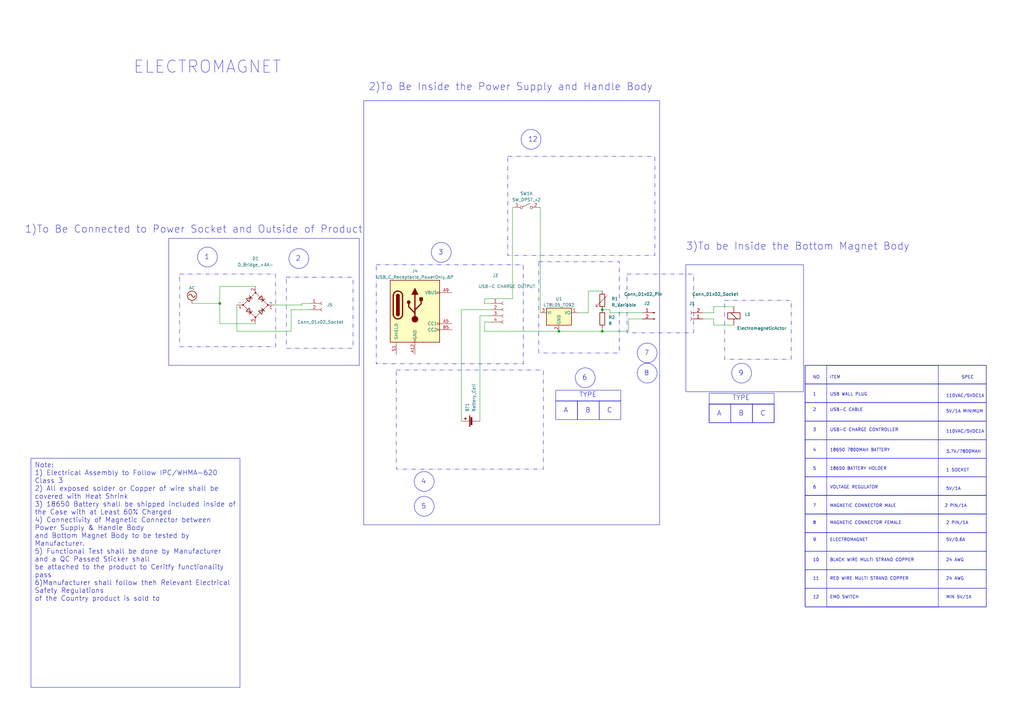
<source format=kicad_sch>
(kicad_sch (version 20230121) (generator eeschema)

  (uuid 5303751e-fb75-4c69-b7a3-1b2d91ef6dd8)

  (paper "A3")

  (lib_symbols
    (symbol "Connector:Conn_01x02_Pin" (pin_names (offset 1.016) hide) (in_bom yes) (on_board yes)
      (property "Reference" "J" (at 0 2.54 0)
        (effects (font (size 1.27 1.27)))
      )
      (property "Value" "Conn_01x02_Pin" (at 0 -5.08 0)
        (effects (font (size 1.27 1.27)))
      )
      (property "Footprint" "" (at 0 0 0)
        (effects (font (size 1.27 1.27)) hide)
      )
      (property "Datasheet" "~" (at 0 0 0)
        (effects (font (size 1.27 1.27)) hide)
      )
      (property "ki_locked" "" (at 0 0 0)
        (effects (font (size 1.27 1.27)))
      )
      (property "ki_keywords" "connector" (at 0 0 0)
        (effects (font (size 1.27 1.27)) hide)
      )
      (property "ki_description" "Generic connector, single row, 01x02, script generated" (at 0 0 0)
        (effects (font (size 1.27 1.27)) hide)
      )
      (property "ki_fp_filters" "Connector*:*_1x??_*" (at 0 0 0)
        (effects (font (size 1.27 1.27)) hide)
      )
      (symbol "Conn_01x02_Pin_1_1"
        (polyline
          (pts
            (xy 1.27 -2.54)
            (xy 0.8636 -2.54)
          )
          (stroke (width 0.1524) (type default))
          (fill (type none))
        )
        (polyline
          (pts
            (xy 1.27 0)
            (xy 0.8636 0)
          )
          (stroke (width 0.1524) (type default))
          (fill (type none))
        )
        (rectangle (start 0.8636 -2.413) (end 0 -2.667)
          (stroke (width 0.1524) (type default))
          (fill (type outline))
        )
        (rectangle (start 0.8636 0.127) (end 0 -0.127)
          (stroke (width 0.1524) (type default))
          (fill (type outline))
        )
        (pin passive line (at 5.08 0 180) (length 3.81)
          (name "Pin_1" (effects (font (size 1.27 1.27))))
          (number "1" (effects (font (size 1.27 1.27))))
        )
        (pin passive line (at 5.08 -2.54 180) (length 3.81)
          (name "Pin_2" (effects (font (size 1.27 1.27))))
          (number "2" (effects (font (size 1.27 1.27))))
        )
      )
    )
    (symbol "Connector:Conn_01x02_Socket" (pin_names (offset 1.016) hide) (in_bom yes) (on_board yes)
      (property "Reference" "J" (at 0 2.54 0)
        (effects (font (size 1.27 1.27)))
      )
      (property "Value" "Conn_01x02_Socket" (at 0 -5.08 0)
        (effects (font (size 1.27 1.27)))
      )
      (property "Footprint" "" (at 0 0 0)
        (effects (font (size 1.27 1.27)) hide)
      )
      (property "Datasheet" "~" (at 0 0 0)
        (effects (font (size 1.27 1.27)) hide)
      )
      (property "ki_locked" "" (at 0 0 0)
        (effects (font (size 1.27 1.27)))
      )
      (property "ki_keywords" "connector" (at 0 0 0)
        (effects (font (size 1.27 1.27)) hide)
      )
      (property "ki_description" "Generic connector, single row, 01x02, script generated" (at 0 0 0)
        (effects (font (size 1.27 1.27)) hide)
      )
      (property "ki_fp_filters" "Connector*:*_1x??_*" (at 0 0 0)
        (effects (font (size 1.27 1.27)) hide)
      )
      (symbol "Conn_01x02_Socket_1_1"
        (arc (start 0 -2.032) (mid -0.5058 -2.54) (end 0 -3.048)
          (stroke (width 0.1524) (type default))
          (fill (type none))
        )
        (polyline
          (pts
            (xy -1.27 -2.54)
            (xy -0.508 -2.54)
          )
          (stroke (width 0.1524) (type default))
          (fill (type none))
        )
        (polyline
          (pts
            (xy -1.27 0)
            (xy -0.508 0)
          )
          (stroke (width 0.1524) (type default))
          (fill (type none))
        )
        (arc (start 0 0.508) (mid -0.5058 0) (end 0 -0.508)
          (stroke (width 0.1524) (type default))
          (fill (type none))
        )
        (pin passive line (at -5.08 0 0) (length 3.81)
          (name "Pin_1" (effects (font (size 1.27 1.27))))
          (number "1" (effects (font (size 1.27 1.27))))
        )
        (pin passive line (at -5.08 -2.54 0) (length 3.81)
          (name "Pin_2" (effects (font (size 1.27 1.27))))
          (number "2" (effects (font (size 1.27 1.27))))
        )
      )
    )
    (symbol "Connector:Conn_01x04_Socket" (pin_names (offset 1.016) hide) (in_bom yes) (on_board yes)
      (property "Reference" "J" (at 0 5.08 0)
        (effects (font (size 1.27 1.27)))
      )
      (property "Value" "Conn_01x04_Socket" (at 0 -7.62 0)
        (effects (font (size 1.27 1.27)))
      )
      (property "Footprint" "" (at 0 0 0)
        (effects (font (size 1.27 1.27)) hide)
      )
      (property "Datasheet" "~" (at 0 0 0)
        (effects (font (size 1.27 1.27)) hide)
      )
      (property "ki_locked" "" (at 0 0 0)
        (effects (font (size 1.27 1.27)))
      )
      (property "ki_keywords" "connector" (at 0 0 0)
        (effects (font (size 1.27 1.27)) hide)
      )
      (property "ki_description" "Generic connector, single row, 01x04, script generated" (at 0 0 0)
        (effects (font (size 1.27 1.27)) hide)
      )
      (property "ki_fp_filters" "Connector*:*_1x??_*" (at 0 0 0)
        (effects (font (size 1.27 1.27)) hide)
      )
      (symbol "Conn_01x04_Socket_1_1"
        (arc (start 0 -4.572) (mid -0.5058 -5.08) (end 0 -5.588)
          (stroke (width 0.1524) (type default))
          (fill (type none))
        )
        (arc (start 0 -2.032) (mid -0.5058 -2.54) (end 0 -3.048)
          (stroke (width 0.1524) (type default))
          (fill (type none))
        )
        (polyline
          (pts
            (xy -1.27 -5.08)
            (xy -0.508 -5.08)
          )
          (stroke (width 0.1524) (type default))
          (fill (type none))
        )
        (polyline
          (pts
            (xy -1.27 -2.54)
            (xy -0.508 -2.54)
          )
          (stroke (width 0.1524) (type default))
          (fill (type none))
        )
        (polyline
          (pts
            (xy -1.27 0)
            (xy -0.508 0)
          )
          (stroke (width 0.1524) (type default))
          (fill (type none))
        )
        (polyline
          (pts
            (xy -1.27 2.54)
            (xy -0.508 2.54)
          )
          (stroke (width 0.1524) (type default))
          (fill (type none))
        )
        (arc (start 0 0.508) (mid -0.5058 0) (end 0 -0.508)
          (stroke (width 0.1524) (type default))
          (fill (type none))
        )
        (arc (start 0 3.048) (mid -0.5058 2.54) (end 0 2.032)
          (stroke (width 0.1524) (type default))
          (fill (type none))
        )
        (pin passive line (at -5.08 2.54 0) (length 3.81)
          (name "Pin_1" (effects (font (size 1.27 1.27))))
          (number "1" (effects (font (size 1.27 1.27))))
        )
        (pin passive line (at -5.08 0 0) (length 3.81)
          (name "Pin_2" (effects (font (size 1.27 1.27))))
          (number "2" (effects (font (size 1.27 1.27))))
        )
        (pin passive line (at -5.08 -2.54 0) (length 3.81)
          (name "Pin_3" (effects (font (size 1.27 1.27))))
          (number "3" (effects (font (size 1.27 1.27))))
        )
        (pin passive line (at -5.08 -5.08 0) (length 3.81)
          (name "Pin_4" (effects (font (size 1.27 1.27))))
          (number "4" (effects (font (size 1.27 1.27))))
        )
      )
    )
    (symbol "Connector:USB_C_Receptacle_PowerOnly_6P" (pin_names (offset 1.016)) (in_bom yes) (on_board yes)
      (property "Reference" "J" (at 0 16.51 0)
        (effects (font (size 1.27 1.27)) (justify bottom))
      )
      (property "Value" "USB_C_Receptacle_PowerOnly_6P" (at 0 13.97 0)
        (effects (font (size 1.27 1.27)) (justify bottom))
      )
      (property "Footprint" "" (at 3.81 2.54 0)
        (effects (font (size 1.27 1.27)) hide)
      )
      (property "Datasheet" "https://www.usb.org/sites/default/files/documents/usb_type-c.zip" (at 0 0 0)
        (effects (font (size 1.27 1.27)) hide)
      )
      (property "ki_keywords" "usb universal serial bus type-C power-only charging-only 6P 6C" (at 0 0 0)
        (effects (font (size 1.27 1.27)) hide)
      )
      (property "ki_description" "USB Power-Only 6P Type-C Receptacle connector" (at 0 0 0)
        (effects (font (size 1.27 1.27)) hide)
      )
      (property "ki_fp_filters" "USB*C*Receptacle*" (at 0 0 0)
        (effects (font (size 1.27 1.27)) hide)
      )
      (symbol "USB_C_Receptacle_PowerOnly_6P_0_0"
        (rectangle (start -0.254 -12.7) (end 0.254 -11.684)
          (stroke (width 0) (type default))
          (fill (type none))
        )
        (rectangle (start 10.16 -7.366) (end 9.144 -7.874)
          (stroke (width 0) (type default))
          (fill (type none))
        )
        (rectangle (start 10.16 -4.826) (end 9.144 -5.334)
          (stroke (width 0) (type default))
          (fill (type none))
        )
        (rectangle (start 10.16 7.874) (end 9.144 7.366)
          (stroke (width 0) (type default))
          (fill (type none))
        )
      )
      (symbol "USB_C_Receptacle_PowerOnly_6P_0_1"
        (rectangle (start -10.16 12.7) (end 10.16 -12.7)
          (stroke (width 0.254) (type default))
          (fill (type background))
        )
        (arc (start -8.89 -1.27) (mid -6.985 -3.1667) (end -5.08 -1.27)
          (stroke (width 0.508) (type default))
          (fill (type none))
        )
        (arc (start -7.62 -1.27) (mid -6.985 -1.9023) (end -6.35 -1.27)
          (stroke (width 0.254) (type default))
          (fill (type none))
        )
        (arc (start -7.62 -1.27) (mid -6.985 -1.9023) (end -6.35 -1.27)
          (stroke (width 0.254) (type default))
          (fill (type outline))
        )
        (rectangle (start -7.62 -1.27) (end -6.35 6.35)
          (stroke (width 0.254) (type default))
          (fill (type outline))
        )
        (arc (start -6.35 6.35) (mid -6.985 6.9823) (end -7.62 6.35)
          (stroke (width 0.254) (type default))
          (fill (type none))
        )
        (arc (start -6.35 6.35) (mid -6.985 6.9823) (end -7.62 6.35)
          (stroke (width 0.254) (type default))
          (fill (type outline))
        )
        (arc (start -5.08 6.35) (mid -6.985 8.2467) (end -8.89 6.35)
          (stroke (width 0.508) (type default))
          (fill (type none))
        )
        (circle (center -2.54 3.683) (radius 0.635)
          (stroke (width 0.254) (type default))
          (fill (type outline))
        )
        (circle (center 0 -3.302) (radius 1.27)
          (stroke (width 0) (type default))
          (fill (type outline))
        )
        (polyline
          (pts
            (xy -8.89 -1.27)
            (xy -8.89 6.35)
          )
          (stroke (width 0.508) (type default))
          (fill (type none))
        )
        (polyline
          (pts
            (xy -5.08 6.35)
            (xy -5.08 -1.27)
          )
          (stroke (width 0.508) (type default))
          (fill (type none))
        )
        (polyline
          (pts
            (xy 0 -3.302)
            (xy 0 6.858)
          )
          (stroke (width 0.508) (type default))
          (fill (type none))
        )
        (polyline
          (pts
            (xy 0 -0.762)
            (xy -2.54 1.778)
            (xy -2.54 3.048)
          )
          (stroke (width 0.508) (type default))
          (fill (type none))
        )
        (polyline
          (pts
            (xy 0 0.508)
            (xy 2.54 3.048)
            (xy 2.54 4.318)
          )
          (stroke (width 0.508) (type default))
          (fill (type none))
        )
        (polyline
          (pts
            (xy -1.27 6.858)
            (xy 0 9.398)
            (xy 1.27 6.858)
            (xy -1.27 6.858)
          )
          (stroke (width 0.254) (type default))
          (fill (type outline))
        )
        (rectangle (start 1.905 4.318) (end 3.175 5.588)
          (stroke (width 0.254) (type default))
          (fill (type outline))
        )
      )
      (symbol "USB_C_Receptacle_PowerOnly_6P_1_1"
        (pin passive line (at 0 -17.78 90) (length 5.08)
          (name "GND" (effects (font (size 1.27 1.27))))
          (number "A12" (effects (font (size 1.27 1.27))))
        )
        (pin bidirectional line (at 15.24 -5.08 180) (length 5.08)
          (name "CC1" (effects (font (size 1.27 1.27))))
          (number "A5" (effects (font (size 1.27 1.27))))
        )
        (pin passive line (at 15.24 7.62 180) (length 5.08)
          (name "VBUS" (effects (font (size 1.27 1.27))))
          (number "A9" (effects (font (size 1.27 1.27))))
        )
        (pin passive line (at 0 -17.78 90) (length 5.08) hide
          (name "GND" (effects (font (size 1.27 1.27))))
          (number "B12" (effects (font (size 1.27 1.27))))
        )
        (pin bidirectional line (at 15.24 -7.62 180) (length 5.08)
          (name "CC2" (effects (font (size 1.27 1.27))))
          (number "B5" (effects (font (size 1.27 1.27))))
        )
        (pin passive line (at 15.24 7.62 180) (length 5.08) hide
          (name "VBUS" (effects (font (size 1.27 1.27))))
          (number "B9" (effects (font (size 1.27 1.27))))
        )
        (pin passive line (at -7.62 -17.78 90) (length 5.08)
          (name "SHIELD" (effects (font (size 1.27 1.27))))
          (number "S1" (effects (font (size 1.27 1.27))))
        )
      )
    )
    (symbol "Device:Battery_Cell" (pin_numbers hide) (pin_names (offset 0) hide) (in_bom yes) (on_board yes)
      (property "Reference" "BT" (at 2.54 2.54 0)
        (effects (font (size 1.27 1.27)) (justify left))
      )
      (property "Value" "Battery_Cell" (at 2.54 0 0)
        (effects (font (size 1.27 1.27)) (justify left))
      )
      (property "Footprint" "" (at 0 1.524 90)
        (effects (font (size 1.27 1.27)) hide)
      )
      (property "Datasheet" "~" (at 0 1.524 90)
        (effects (font (size 1.27 1.27)) hide)
      )
      (property "ki_keywords" "battery cell" (at 0 0 0)
        (effects (font (size 1.27 1.27)) hide)
      )
      (property "ki_description" "Single-cell battery" (at 0 0 0)
        (effects (font (size 1.27 1.27)) hide)
      )
      (symbol "Battery_Cell_0_1"
        (rectangle (start -2.286 1.778) (end 2.286 1.524)
          (stroke (width 0) (type default))
          (fill (type outline))
        )
        (rectangle (start -1.5748 1.1938) (end 1.4732 0.6858)
          (stroke (width 0) (type default))
          (fill (type outline))
        )
        (polyline
          (pts
            (xy 0 0.762)
            (xy 0 0)
          )
          (stroke (width 0) (type default))
          (fill (type none))
        )
        (polyline
          (pts
            (xy 0 1.778)
            (xy 0 2.54)
          )
          (stroke (width 0) (type default))
          (fill (type none))
        )
        (polyline
          (pts
            (xy 0.508 3.429)
            (xy 1.524 3.429)
          )
          (stroke (width 0.254) (type default))
          (fill (type none))
        )
        (polyline
          (pts
            (xy 1.016 3.937)
            (xy 1.016 2.921)
          )
          (stroke (width 0.254) (type default))
          (fill (type none))
        )
      )
      (symbol "Battery_Cell_1_1"
        (pin passive line (at 0 5.08 270) (length 2.54)
          (name "+" (effects (font (size 1.27 1.27))))
          (number "1" (effects (font (size 1.27 1.27))))
        )
        (pin passive line (at 0 -2.54 90) (length 2.54)
          (name "-" (effects (font (size 1.27 1.27))))
          (number "2" (effects (font (size 1.27 1.27))))
        )
      )
    )
    (symbol "Device:D_Bridge_+AA-" (pin_names (offset 0)) (in_bom yes) (on_board yes)
      (property "Reference" "D" (at 2.54 6.985 0)
        (effects (font (size 1.27 1.27)) (justify left))
      )
      (property "Value" "D_Bridge_+AA-" (at 2.54 5.08 0)
        (effects (font (size 1.27 1.27)) (justify left))
      )
      (property "Footprint" "" (at 0 0 0)
        (effects (font (size 1.27 1.27)) hide)
      )
      (property "Datasheet" "~" (at 0 0 0)
        (effects (font (size 1.27 1.27)) hide)
      )
      (property "ki_keywords" "rectifier ACDC" (at 0 0 0)
        (effects (font (size 1.27 1.27)) hide)
      )
      (property "ki_description" "Diode bridge, +ve/AC/AC/-ve" (at 0 0 0)
        (effects (font (size 1.27 1.27)) hide)
      )
      (property "ki_fp_filters" "D*Bridge* D*Rectifier*" (at 0 0 0)
        (effects (font (size 1.27 1.27)) hide)
      )
      (symbol "D_Bridge_+AA-_0_1"
        (circle (center -5.08 0) (radius 0.254)
          (stroke (width 0) (type default))
          (fill (type outline))
        )
        (circle (center 0 -5.08) (radius 0.254)
          (stroke (width 0) (type default))
          (fill (type outline))
        )
        (polyline
          (pts
            (xy -2.54 3.81)
            (xy -1.27 2.54)
          )
          (stroke (width 0.254) (type default))
          (fill (type none))
        )
        (polyline
          (pts
            (xy -1.27 -2.54)
            (xy -2.54 -3.81)
          )
          (stroke (width 0.254) (type default))
          (fill (type none))
        )
        (polyline
          (pts
            (xy 2.54 -1.27)
            (xy 3.81 -2.54)
          )
          (stroke (width 0.254) (type default))
          (fill (type none))
        )
        (polyline
          (pts
            (xy 2.54 1.27)
            (xy 3.81 2.54)
          )
          (stroke (width 0.254) (type default))
          (fill (type none))
        )
        (polyline
          (pts
            (xy -3.81 2.54)
            (xy -2.54 1.27)
            (xy -1.905 3.175)
            (xy -3.81 2.54)
          )
          (stroke (width 0.254) (type default))
          (fill (type none))
        )
        (polyline
          (pts
            (xy -2.54 -1.27)
            (xy -3.81 -2.54)
            (xy -1.905 -3.175)
            (xy -2.54 -1.27)
          )
          (stroke (width 0.254) (type default))
          (fill (type none))
        )
        (polyline
          (pts
            (xy 1.27 2.54)
            (xy 2.54 3.81)
            (xy 3.175 1.905)
            (xy 1.27 2.54)
          )
          (stroke (width 0.254) (type default))
          (fill (type none))
        )
        (polyline
          (pts
            (xy 3.175 -1.905)
            (xy 1.27 -2.54)
            (xy 2.54 -3.81)
            (xy 3.175 -1.905)
          )
          (stroke (width 0.254) (type default))
          (fill (type none))
        )
        (polyline
          (pts
            (xy -5.08 0)
            (xy 0 -5.08)
            (xy 5.08 0)
            (xy 0 5.08)
            (xy -5.08 0)
          )
          (stroke (width 0) (type default))
          (fill (type none))
        )
        (circle (center 0 5.08) (radius 0.254)
          (stroke (width 0) (type default))
          (fill (type outline))
        )
        (circle (center 5.08 0) (radius 0.254)
          (stroke (width 0) (type default))
          (fill (type outline))
        )
      )
      (symbol "D_Bridge_+AA-_1_1"
        (pin passive line (at 7.62 0 180) (length 2.54)
          (name "+" (effects (font (size 1.27 1.27))))
          (number "1" (effects (font (size 1.27 1.27))))
        )
        (pin passive line (at 0 7.62 270) (length 2.54)
          (name "~" (effects (font (size 1.27 1.27))))
          (number "2" (effects (font (size 1.27 1.27))))
        )
        (pin passive line (at 0 -7.62 90) (length 2.54)
          (name "~" (effects (font (size 1.27 1.27))))
          (number "3" (effects (font (size 1.27 1.27))))
        )
        (pin passive line (at -7.62 0 0) (length 2.54)
          (name "-" (effects (font (size 1.27 1.27))))
          (number "4" (effects (font (size 1.27 1.27))))
        )
      )
    )
    (symbol "Device:ElectromagneticActor" (pin_numbers hide) (pin_names (offset 0.0254) hide) (in_bom yes) (on_board yes)
      (property "Reference" "L" (at 1.27 3.81 0)
        (effects (font (size 1.27 1.27)) (justify left))
      )
      (property "Value" "ElectromagneticActor" (at 1.27 -1.27 0)
        (effects (font (size 1.27 1.27)) (justify left))
      )
      (property "Footprint" "" (at -0.635 2.54 90)
        (effects (font (size 1.27 1.27)) hide)
      )
      (property "Datasheet" "~" (at -0.635 2.54 90)
        (effects (font (size 1.27 1.27)) hide)
      )
      (property "ki_keywords" "electromagnet coil inductor" (at 0 0 0)
        (effects (font (size 1.27 1.27)) hide)
      )
      (property "ki_description" "Electromagnetic actor" (at 0 0 0)
        (effects (font (size 1.27 1.27)) hide)
      )
      (property "ki_fp_filters" "Inductor_* L_*" (at 0 0 0)
        (effects (font (size 1.27 1.27)) hide)
      )
      (symbol "ElectromagneticActor_0_1"
        (rectangle (start -2.54 2.54) (end 2.54 0)
          (stroke (width 0.254) (type default))
          (fill (type none))
        )
        (polyline
          (pts
            (xy -1.27 2.54)
            (xy 1.27 0)
          )
          (stroke (width 0.254) (type default))
          (fill (type none))
        )
      )
      (symbol "ElectromagneticActor_1_1"
        (pin passive line (at 0 5.08 270) (length 2.54)
          (name "-" (effects (font (size 1.27 1.27))))
          (number "1" (effects (font (size 1.27 1.27))))
        )
        (pin passive line (at 0 -2.54 90) (length 2.54)
          (name "+" (effects (font (size 1.27 1.27))))
          (number "2" (effects (font (size 1.27 1.27))))
        )
      )
    )
    (symbol "Device:R" (pin_numbers hide) (pin_names (offset 0)) (in_bom yes) (on_board yes)
      (property "Reference" "R" (at 2.032 0 90)
        (effects (font (size 1.27 1.27)))
      )
      (property "Value" "R" (at 0 0 90)
        (effects (font (size 1.27 1.27)))
      )
      (property "Footprint" "" (at -1.778 0 90)
        (effects (font (size 1.27 1.27)) hide)
      )
      (property "Datasheet" "~" (at 0 0 0)
        (effects (font (size 1.27 1.27)) hide)
      )
      (property "ki_keywords" "R res resistor" (at 0 0 0)
        (effects (font (size 1.27 1.27)) hide)
      )
      (property "ki_description" "Resistor" (at 0 0 0)
        (effects (font (size 1.27 1.27)) hide)
      )
      (property "ki_fp_filters" "R_*" (at 0 0 0)
        (effects (font (size 1.27 1.27)) hide)
      )
      (symbol "R_0_1"
        (rectangle (start -1.016 -2.54) (end 1.016 2.54)
          (stroke (width 0.254) (type default))
          (fill (type none))
        )
      )
      (symbol "R_1_1"
        (pin passive line (at 0 3.81 270) (length 1.27)
          (name "~" (effects (font (size 1.27 1.27))))
          (number "1" (effects (font (size 1.27 1.27))))
        )
        (pin passive line (at 0 -3.81 90) (length 1.27)
          (name "~" (effects (font (size 1.27 1.27))))
          (number "2" (effects (font (size 1.27 1.27))))
        )
      )
    )
    (symbol "Device:R_Variable" (pin_numbers hide) (pin_names (offset 0)) (in_bom yes) (on_board yes)
      (property "Reference" "R" (at 2.54 -2.54 90)
        (effects (font (size 1.27 1.27)) (justify left))
      )
      (property "Value" "R_Variable" (at -2.54 -1.27 90)
        (effects (font (size 1.27 1.27)) (justify left))
      )
      (property "Footprint" "" (at -1.778 0 90)
        (effects (font (size 1.27 1.27)) hide)
      )
      (property "Datasheet" "~" (at 0 0 0)
        (effects (font (size 1.27 1.27)) hide)
      )
      (property "ki_keywords" "R res resistor variable potentiometer rheostat" (at 0 0 0)
        (effects (font (size 1.27 1.27)) hide)
      )
      (property "ki_description" "Variable resistor" (at 0 0 0)
        (effects (font (size 1.27 1.27)) hide)
      )
      (property "ki_fp_filters" "R_*" (at 0 0 0)
        (effects (font (size 1.27 1.27)) hide)
      )
      (symbol "R_Variable_0_1"
        (rectangle (start -1.016 -2.54) (end 1.016 2.54)
          (stroke (width 0.254) (type default))
          (fill (type none))
        )
        (polyline
          (pts
            (xy 2.54 1.524)
            (xy 2.54 2.54)
            (xy 1.524 2.54)
            (xy 2.54 2.54)
            (xy -2.032 -2.032)
          )
          (stroke (width 0) (type default))
          (fill (type none))
        )
      )
      (symbol "R_Variable_1_1"
        (pin passive line (at 0 3.81 270) (length 1.27)
          (name "~" (effects (font (size 1.27 1.27))))
          (number "1" (effects (font (size 1.27 1.27))))
        )
        (pin passive line (at 0 -3.81 90) (length 1.27)
          (name "~" (effects (font (size 1.27 1.27))))
          (number "2" (effects (font (size 1.27 1.27))))
        )
      )
    )
    (symbol "Regulator_Linear:L78L05_TO92" (pin_names (offset 0.254)) (in_bom yes) (on_board yes)
      (property "Reference" "U" (at -3.81 3.175 0)
        (effects (font (size 1.27 1.27)))
      )
      (property "Value" "L78L05_TO92" (at 0 3.175 0)
        (effects (font (size 1.27 1.27)) (justify left))
      )
      (property "Footprint" "Package_TO_SOT_THT:TO-92_Inline" (at 0 5.715 0)
        (effects (font (size 1.27 1.27) italic) hide)
      )
      (property "Datasheet" "http://www.st.com/content/ccc/resource/technical/document/datasheet/15/55/e5/aa/23/5b/43/fd/CD00000446.pdf/files/CD00000446.pdf/jcr:content/translations/en.CD00000446.pdf" (at 0 -1.27 0)
        (effects (font (size 1.27 1.27)) hide)
      )
      (property "ki_keywords" "Voltage Regulator 100mA Positive" (at 0 0 0)
        (effects (font (size 1.27 1.27)) hide)
      )
      (property "ki_description" "Positive 100mA 30V Linear Regulator, Fixed Output 5V, TO-92" (at 0 0 0)
        (effects (font (size 1.27 1.27)) hide)
      )
      (property "ki_fp_filters" "TO?92*" (at 0 0 0)
        (effects (font (size 1.27 1.27)) hide)
      )
      (symbol "L78L05_TO92_0_1"
        (rectangle (start -5.08 -5.08) (end 5.08 1.905)
          (stroke (width 0.254) (type default))
          (fill (type background))
        )
      )
      (symbol "L78L05_TO92_1_1"
        (pin power_out line (at 7.62 0 180) (length 2.54)
          (name "VO" (effects (font (size 1.27 1.27))))
          (number "1" (effects (font (size 1.27 1.27))))
        )
        (pin power_in line (at 0 -7.62 90) (length 2.54)
          (name "GND" (effects (font (size 1.27 1.27))))
          (number "2" (effects (font (size 1.27 1.27))))
        )
        (pin power_in line (at -7.62 0 0) (length 2.54)
          (name "VI" (effects (font (size 1.27 1.27))))
          (number "3" (effects (font (size 1.27 1.27))))
        )
      )
    )
    (symbol "Switch:SW_DPST_x2" (pin_names (offset 0) hide) (in_bom yes) (on_board yes)
      (property "Reference" "SW" (at 0 3.175 0)
        (effects (font (size 1.27 1.27)))
      )
      (property "Value" "SW_DPST_x2" (at 0 -2.54 0)
        (effects (font (size 1.27 1.27)))
      )
      (property "Footprint" "" (at 0 0 0)
        (effects (font (size 1.27 1.27)) hide)
      )
      (property "Datasheet" "~" (at 0 0 0)
        (effects (font (size 1.27 1.27)) hide)
      )
      (property "ki_keywords" "switch lever" (at 0 0 0)
        (effects (font (size 1.27 1.27)) hide)
      )
      (property "ki_description" "Single Pole Single Throw (SPST) switch, separate symbol" (at 0 0 0)
        (effects (font (size 1.27 1.27)) hide)
      )
      (symbol "SW_DPST_x2_0_0"
        (circle (center -2.032 0) (radius 0.508)
          (stroke (width 0) (type default))
          (fill (type none))
        )
        (polyline
          (pts
            (xy -1.524 0.254)
            (xy 1.524 1.778)
          )
          (stroke (width 0) (type default))
          (fill (type none))
        )
        (circle (center 2.032 0) (radius 0.508)
          (stroke (width 0) (type default))
          (fill (type none))
        )
      )
      (symbol "SW_DPST_x2_1_1"
        (pin passive line (at -5.08 0 0) (length 2.54)
          (name "A" (effects (font (size 1.27 1.27))))
          (number "1" (effects (font (size 1.27 1.27))))
        )
        (pin passive line (at 5.08 0 180) (length 2.54)
          (name "B" (effects (font (size 1.27 1.27))))
          (number "2" (effects (font (size 1.27 1.27))))
        )
      )
      (symbol "SW_DPST_x2_2_1"
        (pin passive line (at -5.08 0 0) (length 2.54)
          (name "A" (effects (font (size 1.27 1.27))))
          (number "3" (effects (font (size 1.27 1.27))))
        )
        (pin passive line (at 5.08 0 180) (length 2.54)
          (name "B" (effects (font (size 1.27 1.27))))
          (number "4" (effects (font (size 1.27 1.27))))
        )
      )
    )
    (symbol "power:AC" (power) (pin_names (offset 0)) (in_bom yes) (on_board yes)
      (property "Reference" "#PWR" (at 0 -2.54 0)
        (effects (font (size 1.27 1.27)) hide)
      )
      (property "Value" "AC" (at 0 6.35 0)
        (effects (font (size 1.27 1.27)))
      )
      (property "Footprint" "" (at 0 0 0)
        (effects (font (size 1.27 1.27)) hide)
      )
      (property "Datasheet" "" (at 0 0 0)
        (effects (font (size 1.27 1.27)) hide)
      )
      (property "ki_keywords" "global power" (at 0 0 0)
        (effects (font (size 1.27 1.27)) hide)
      )
      (property "ki_description" "Power symbol creates a global label with name \"AC\"" (at 0 0 0)
        (effects (font (size 1.27 1.27)) hide)
      )
      (symbol "AC_0_1"
        (polyline
          (pts
            (xy 0 0)
            (xy 0 1.27)
          )
          (stroke (width 0) (type default))
          (fill (type none))
        )
        (arc (start 0 3.175) (mid -0.635 3.8073) (end -1.27 3.175)
          (stroke (width 0.254) (type default))
          (fill (type none))
        )
        (arc (start 0 3.175) (mid 0.635 2.5427) (end 1.27 3.175)
          (stroke (width 0.254) (type default))
          (fill (type none))
        )
        (circle (center 0 3.175) (radius 1.905)
          (stroke (width 0.254) (type default))
          (fill (type none))
        )
      )
      (symbol "AC_1_1"
        (pin power_in line (at 0 0 90) (length 0) hide
          (name "AC" (effects (font (size 1.27 1.27))))
          (number "1" (effects (font (size 1.27 1.27))))
        )
      )
    )
  )

  (junction (at 229.235 135.89) (diameter 0) (color 0 0 0 0)
    (uuid 08dfa42d-7f9f-4d87-bd0c-79ade85c3d73)
  )
  (junction (at 247.015 135.89) (diameter 0) (color 0 0 0 0)
    (uuid 18faf2fc-182c-4c75-af35-b741433f418e)
  )
  (junction (at 90.17 124.46) (diameter 0) (color 0 0 0 0)
    (uuid 82c7e989-bb97-4ec9-a7d0-51baf4803aca)
  )
  (junction (at 247.015 127) (diameter 0) (color 0 0 0 0)
    (uuid ce806c31-a088-4772-9ace-e3c642b7701c)
  )

  (wire (pts (xy 198.755 135.89) (xy 198.755 132.08))
    (stroke (width 0) (type default))
    (uuid 067672ea-1a66-4748-95be-3699cd8d097c)
  )
  (wire (pts (xy 90.17 124.46) (xy 90.17 132.715))
    (stroke (width 0) (type default))
    (uuid 0e4ec500-3af0-481a-a2e5-982a5f0b51e3)
  )
  (wire (pts (xy 292.735 130.81) (xy 288.29 130.81))
    (stroke (width 0) (type default))
    (uuid 1f885754-e636-4a54-b735-d2d378446457)
  )
  (wire (pts (xy 123.825 124.46) (xy 127 124.46))
    (stroke (width 0) (type default))
    (uuid 2ff1f02a-1007-459c-8075-5ccd193cb8cb)
  )
  (wire (pts (xy 221.615 85.09) (xy 221.615 128.27))
    (stroke (width 0) (type default))
    (uuid 32119fb7-a886-40db-ae07-9e370fa2c389)
  )
  (wire (pts (xy 210.185 85.09) (xy 210.185 122.555))
    (stroke (width 0) (type default))
    (uuid 35a0e981-e67f-4039-b890-93e4fbd44482)
  )
  (wire (pts (xy 198.755 122.555) (xy 210.185 122.555))
    (stroke (width 0) (type default))
    (uuid 37002369-3eb9-4738-9479-9b3745383c33)
  )
  (wire (pts (xy 292.735 125.73) (xy 292.735 128.27))
    (stroke (width 0) (type default))
    (uuid 3d04b46d-f131-4198-813f-0125e236d0b7)
  )
  (wire (pts (xy 196.85 129.54) (xy 201.295 129.54))
    (stroke (width 0) (type default))
    (uuid 3e15f28b-365b-427c-a7f1-01ba59dc6767)
  )
  (wire (pts (xy 97.155 135.89) (xy 119.38 135.89))
    (stroke (width 0) (type default))
    (uuid 3eeca430-254f-4a72-bbbf-c7118df93b21)
  )
  (wire (pts (xy 210.185 85.09) (xy 210.82 85.09))
    (stroke (width 0) (type default))
    (uuid 46677b97-0dc2-4b87-9f1e-65a172aeb72d)
  )
  (wire (pts (xy 90.17 132.715) (xy 104.775 132.715))
    (stroke (width 0) (type default))
    (uuid 4b8dc34d-1d17-436c-9ff6-e097ee69cab4)
  )
  (wire (pts (xy 104.775 117.475) (xy 90.17 117.475))
    (stroke (width 0) (type default))
    (uuid 55ffb8d7-16a1-446b-8f10-607bc9986a0a)
  )
  (wire (pts (xy 300.99 133.35) (xy 292.735 133.35))
    (stroke (width 0) (type default))
    (uuid 5f62adbf-7e2d-472d-a52b-bd97cda60474)
  )
  (wire (pts (xy 247.015 135.89) (xy 257.81 135.89))
    (stroke (width 0) (type default))
    (uuid 6aa33b6a-8c12-4511-be58-6a72c62903fe)
  )
  (wire (pts (xy 112.395 125.095) (xy 123.825 125.095))
    (stroke (width 0) (type default))
    (uuid 6c5d1261-4cc7-4e97-b70a-212118803c30)
  )
  (wire (pts (xy 241.3 128.27) (xy 236.855 128.27))
    (stroke (width 0) (type default))
    (uuid 6d7dd4e0-f76d-4bf5-a571-6ccc2ee313a5)
  )
  (wire (pts (xy 90.17 117.475) (xy 90.17 124.46))
    (stroke (width 0) (type default))
    (uuid 73317502-904d-4344-8fc1-8a74a171b96b)
  )
  (wire (pts (xy 189.23 127) (xy 189.23 172.72))
    (stroke (width 0) (type default))
    (uuid 7f18862f-51bc-4dd5-b010-f7b12eb21cbb)
  )
  (wire (pts (xy 196.85 129.54) (xy 196.85 172.72))
    (stroke (width 0) (type default))
    (uuid 88efd010-9b48-430f-912e-e56f8648cb3b)
  )
  (wire (pts (xy 250.19 127) (xy 247.015 127))
    (stroke (width 0) (type default))
    (uuid 8b4391a8-dafe-47c5-a398-b017b8c00e7d)
  )
  (wire (pts (xy 229.235 135.89) (xy 247.015 135.89))
    (stroke (width 0) (type default))
    (uuid 8d0352a2-9f47-4fcc-bdd4-7ecc06296ce0)
  )
  (wire (pts (xy 300.99 125.73) (xy 292.735 125.73))
    (stroke (width 0) (type default))
    (uuid 8f59c49e-4283-4348-b382-e7d23c2d63cc)
  )
  (wire (pts (xy 198.755 124.46) (xy 201.295 124.46))
    (stroke (width 0) (type default))
    (uuid 96d2d8f0-6c37-4ee6-9c19-ee62f5ba7e6f)
  )
  (wire (pts (xy 119.38 135.89) (xy 119.38 127))
    (stroke (width 0) (type default))
    (uuid 9f620039-f520-413f-a254-54474854fda7)
  )
  (wire (pts (xy 250.19 128.27) (xy 250.19 127))
    (stroke (width 0) (type default))
    (uuid a12bd693-e982-44fa-b46e-d738ccf34e8f)
  )
  (wire (pts (xy 221.615 85.09) (xy 220.98 85.09))
    (stroke (width 0) (type default))
    (uuid a79481d9-a7b0-4fe6-a13c-e559b5946e3b)
  )
  (wire (pts (xy 97.155 125.095) (xy 97.155 135.89))
    (stroke (width 0) (type default))
    (uuid ac8c65cf-ec6a-4928-8f5d-3f42b88468e6)
  )
  (wire (pts (xy 263.525 128.27) (xy 250.19 128.27))
    (stroke (width 0) (type default))
    (uuid ad4258c2-4723-4ba2-9843-70b98033efe8)
  )
  (wire (pts (xy 292.735 128.27) (xy 288.29 128.27))
    (stroke (width 0) (type default))
    (uuid b62aad84-1c05-47d6-8beb-e0324554b7dc)
  )
  (wire (pts (xy 78.74 124.46) (xy 90.17 124.46))
    (stroke (width 0) (type default))
    (uuid bb1dd110-c6f1-4830-b83c-a5769eefeeb0)
  )
  (wire (pts (xy 241.3 119.38) (xy 241.3 128.27))
    (stroke (width 0) (type default))
    (uuid d0e62c6a-3081-4102-b631-fdd3f9825af4)
  )
  (wire (pts (xy 292.735 133.35) (xy 292.735 130.81))
    (stroke (width 0) (type default))
    (uuid d373dcac-7e8f-4cc5-87c0-c817039bec0f)
  )
  (wire (pts (xy 247.015 134.62) (xy 247.015 135.89))
    (stroke (width 0) (type default))
    (uuid d5edd9ff-02b6-4323-98d5-ec10bb51b3d5)
  )
  (wire (pts (xy 257.81 135.89) (xy 257.81 130.81))
    (stroke (width 0) (type default))
    (uuid db1be903-b722-4d8f-bcc2-203eada0f4f3)
  )
  (wire (pts (xy 189.23 127) (xy 201.295 127))
    (stroke (width 0) (type default))
    (uuid e352c9ee-3bc1-40c2-b220-41de1a6e4519)
  )
  (wire (pts (xy 198.755 135.89) (xy 229.235 135.89))
    (stroke (width 0) (type default))
    (uuid e384d00c-e436-4aee-be8e-d0359bf691e1)
  )
  (wire (pts (xy 198.755 124.46) (xy 198.755 122.555))
    (stroke (width 0) (type default))
    (uuid ecf4188a-810f-4192-aff6-c4c7d0b9a59f)
  )
  (wire (pts (xy 247.015 119.38) (xy 241.3 119.38))
    (stroke (width 0) (type default))
    (uuid edd5c545-280c-4c09-816e-b58524306843)
  )
  (wire (pts (xy 123.825 125.095) (xy 123.825 124.46))
    (stroke (width 0) (type default))
    (uuid f05ce828-e37b-4ed0-9b1b-d14bfb8e725a)
  )
  (wire (pts (xy 119.38 127) (xy 127 127))
    (stroke (width 0) (type default))
    (uuid f359cb52-ac9a-439c-bf05-486a290ee494)
  )
  (wire (pts (xy 198.755 132.08) (xy 201.295 132.08))
    (stroke (width 0) (type default))
    (uuid f641b713-7d83-4460-a20a-06f05ca1ab53)
  )
  (wire (pts (xy 257.81 130.81) (xy 263.525 130.81))
    (stroke (width 0) (type default))
    (uuid fcb33d7f-3f93-401a-9378-38f6b5617666)
  )

  (rectangle (start 330.2 172.72) (end 404.495 180.34)
    (stroke (width 0) (type default))
    (fill (type none))
    (uuid 05285d4c-d43f-4f59-82b4-f6e897f29a03)
  )
  (rectangle (start 154.305 108.585) (end 214.63 149.225)
    (stroke (width 0) (type dash_dot_dot))
    (fill (type none))
    (uuid 152e7681-114c-4f75-aac2-7031c303db8e)
  )
  (rectangle (start 330.2 226.06) (end 404.495 233.68)
    (stroke (width 0) (type default))
    (fill (type none))
    (uuid 21e90f27-7f57-4574-bc2a-c2bf509e0136)
  )
  (circle (center 85.09 105.41) (radius 4.066)
    (stroke (width 0) (type default))
    (fill (type none))
    (uuid 2292c76b-c82f-4880-97a3-5047340349d2)
  )
  (circle (center 180.975 103.505) (radius 4.066)
    (stroke (width 0) (type default))
    (fill (type none))
    (uuid 265e87bd-9977-4d0c-8f35-0238f64b1464)
  )
  (rectangle (start 69.215 97.79) (end 147.32 149.86)
    (stroke (width 0) (type default))
    (fill (type none))
    (uuid 2aee6d2a-8ffd-4377-955d-ef068bb789f7)
  )
  (rectangle (start 117.475 113.665) (end 144.78 142.875)
    (stroke (width 0) (type dash_dot_dot))
    (fill (type none))
    (uuid 2e2b7558-37fc-4a32-ab94-ab8ba2f85d66)
  )
  (rectangle (start 330.2 165.1) (end 404.495 172.72)
    (stroke (width 0) (type default))
    (fill (type none))
    (uuid 36f3f3c8-7457-466f-a2cf-32337fb7f4f2)
  )
  (rectangle (start 330.2 195.58) (end 404.495 203.2)
    (stroke (width 0) (type default))
    (fill (type none))
    (uuid 3b7340d5-8ecf-4c1a-8da1-5c93bc813508)
  )
  (circle (center 265.43 153.035) (radius 4.066)
    (stroke (width 0) (type default))
    (fill (type none))
    (uuid 3c27ad88-0966-468b-8375-1ee6d44f0df9)
  )
  (rectangle (start 330.2 233.68) (end 404.495 241.3)
    (stroke (width 0) (type default))
    (fill (type none))
    (uuid 4a8e18b7-782d-4eb0-a0b4-bcb82a88ee73)
  )
  (rectangle (start 330.2 241.3) (end 404.495 248.92)
    (stroke (width 0) (type default))
    (fill (type none))
    (uuid 4d6519c8-79a7-430d-aa17-700532cefb03)
  )
  (rectangle (start 330.2 218.44) (end 404.495 226.06)
    (stroke (width 0) (type default))
    (fill (type none))
    (uuid 4e4a647c-8048-46c7-82ab-a8a88b3af2f7)
  )
  (rectangle (start 290.83 165.735) (end 317.5 173.355)
    (stroke (width 0) (type default))
    (fill (type none))
    (uuid 50f731e0-ff94-4939-910a-4513e5237559)
  )
  (circle (center 265.43 144.78) (radius 4.066)
    (stroke (width 0) (type default))
    (fill (type none))
    (uuid 55a53ce4-7013-448d-ade8-83678643fb0a)
  )
  (circle (center 173.99 197.485) (radius 4.066)
    (stroke (width 0) (type default))
    (fill (type none))
    (uuid 59c33382-c747-4678-ab9e-c6b19cd1479b)
  )
  (rectangle (start 330.2 180.34) (end 404.495 187.96)
    (stroke (width 0) (type default))
    (fill (type none))
    (uuid 5eb05c27-067c-47fe-bbab-6f4c7aeecfcd)
  )
  (rectangle (start 236.855 164.465) (end 245.745 172.085)
    (stroke (width 0) (type default))
    (fill (type none))
    (uuid 7575fb47-6d4e-4136-a9ec-6dd0985dc67f)
  )
  (rectangle (start 290.83 165.735) (end 299.72 173.355)
    (stroke (width 0) (type default))
    (fill (type none))
    (uuid 76beb384-b8d0-4d9b-a543-f979a8beec88)
  )
  (rectangle (start 299.72 165.735) (end 308.61 173.355)
    (stroke (width 0) (type default))
    (fill (type none))
    (uuid 780b82be-987a-46a5-92e7-561de27ea5e9)
  )
  (rectangle (start 330.2 149.86) (end 404.495 248.92)
    (stroke (width 0) (type default))
    (fill (type none))
    (uuid 86719aa3-e950-4873-9ffb-5cf41fc9cdcd)
  )
  (rectangle (start 73.66 112.395) (end 113.03 142.24)
    (stroke (width 0) (type dash_dot_dot))
    (fill (type none))
    (uuid 88de3f43-3918-4781-8297-ebe113113166)
  )
  (rectangle (start 257.175 112.395) (end 284.48 136.525)
    (stroke (width 0) (type dash_dot_dot))
    (fill (type none))
    (uuid 92279c88-45e6-4118-9b6c-6b277880eb95)
  )
  (rectangle (start 149.225 41.275) (end 270.51 215.265)
    (stroke (width 0) (type default))
    (fill (type none))
    (uuid 93218e9b-1cad-4c34-8001-afdcfb9004c0)
  )
  (rectangle (start 330.2 187.96) (end 404.495 195.58)
    (stroke (width 0) (type default))
    (fill (type none))
    (uuid 984bd435-fbbd-4f87-bfa0-88159b57b804)
  )
  (rectangle (start 162.56 151.765) (end 222.885 192.405)
    (stroke (width 0) (type dash_dot_dot))
    (fill (type none))
    (uuid 9bc7c5ad-6559-4b42-9444-67fbf3920d09)
  )
  (circle (center 122.555 106.045) (radius 4.066)
    (stroke (width 0) (type default))
    (fill (type none))
    (uuid a27e33b5-6ef0-476a-8e8a-372dd8394bf9)
  )
  (rectangle (start 330.2 157.48) (end 404.495 165.1)
    (stroke (width 0) (type default))
    (fill (type none))
    (uuid aabea108-75d6-439f-a3cb-0b582f6cf88b)
  )
  (rectangle (start 330.2 203.2) (end 404.495 210.82)
    (stroke (width 0) (type default))
    (fill (type none))
    (uuid abd41a7a-fe7f-4d75-87ed-6999272aad57)
  )
  (circle (center 217.805 57.15) (radius 4.066)
    (stroke (width 0) (type default))
    (fill (type none))
    (uuid b005c42e-e0d5-4787-8983-2030f3237971)
  )
  (rectangle (start 245.745 164.465) (end 254.635 172.085)
    (stroke (width 0) (type default))
    (fill (type none))
    (uuid b8ff8a13-abf5-4531-aaa8-d4ee099374cc)
  )
  (rectangle (start 330.2 210.82) (end 404.495 218.44)
    (stroke (width 0) (type default))
    (fill (type none))
    (uuid b918504d-84ef-497a-9d5a-e6e53ed0fe1b)
  )
  (rectangle (start 290.83 161.29) (end 317.5 165.735)
    (stroke (width 0) (type default))
    (fill (type none))
    (uuid c30e72c1-0924-42fe-b257-d81bba0b36c1)
  )
  (rectangle (start 208.28 64.135) (end 268.605 104.775)
    (stroke (width 0) (type dash_dot_dot))
    (fill (type none))
    (uuid c744c980-f21e-4057-84ac-838a3d63cbe1)
  )
  (rectangle (start 297.18 123.19) (end 324.485 147.32)
    (stroke (width 0) (type dash_dot_dot))
    (fill (type none))
    (uuid c82c7bac-9158-4226-9fee-a2e61bdcf527)
  )
  (rectangle (start 227.965 164.465) (end 236.855 172.085)
    (stroke (width 0) (type default))
    (fill (type none))
    (uuid c97ee187-99fc-4eeb-9ac3-ea42524b364d)
  )
  (rectangle (start 220.98 107.315) (end 254 144.78)
    (stroke (width 0) (type dash_dot_dot))
    (fill (type none))
    (uuid cb2a01b0-834c-4a21-8109-a8ef3cd01840)
  )
  (rectangle (start 227.965 160.02) (end 254.635 164.465)
    (stroke (width 0) (type default))
    (fill (type none))
    (uuid cf1dee68-818d-4194-8662-fb291755a2e2)
  )
  (rectangle (start 281.305 108.585) (end 329.565 160.655)
    (stroke (width 0) (type default))
    (fill (type none))
    (uuid cf4f8fd6-57fa-441c-bcab-02ec4025a119)
  )
  (circle (center 240.03 154.94) (radius 4.066)
    (stroke (width 0) (type default))
    (fill (type none))
    (uuid d313ec24-5525-4dee-b091-0a221462fe9c)
  )
  (rectangle (start 308.61 165.735) (end 317.5 173.355)
    (stroke (width 0) (type default))
    (fill (type none))
    (uuid e2ca6d0b-22c9-474b-a549-61a068b987ce)
  )
  (circle (center 173.99 207.645) (radius 4.066)
    (stroke (width 0) (type default))
    (fill (type none))
    (uuid e4b78241-0b1f-4ce1-9dbf-8d2da5793c2c)
  )
  (rectangle (start 330.2 149.86) (end 404.495 157.48)
    (stroke (width 0) (type default))
    (fill (type none))
    (uuid e8afcce1-6335-4ab6-92ef-93849e115366)
  )
  (rectangle (start 339.09 149.86) (end 384.81 248.92)
    (stroke (width 0) (type default))
    (fill (type none))
    (uuid f3d44600-f1bf-43c8-bd53-55a63bd70dd0)
  )
  (circle (center 304.165 153.035) (radius 4.066)
    (stroke (width 0) (type default))
    (fill (type none))
    (uuid f98a00f0-4260-4cd8-9bdb-810c14d417b7)
  )

  (text_box "Note:\n1) Electrical Assembly to Follow IPC/WHMA-620 Class 3\n2) All exposed solder or Copper of wire shall be covered with Heat Shrink\n3) 18650 Battery shall be shipped included inside of the Case with at Least 60% Charged\n4) Connectivity of Magnetic Connector between Power Supply & Handle Body \nand Bottom Magnet Body to be tested by Manufacturer.\n5) Functional Test shall be done by Manufacturer and a QC Passed Sticker shall \nbe attached to the product to Ceritfy functionality pass\n6)Manufacturer shall follow theh Relevant Electrical Safety Regulations\nof the Country product is sold to"
    (at 12.7 187.96 0) (size 85.725 93.98)
    (stroke (width 0) (type default))
    (fill (type none))
    (effects (font (size 2 2)) (justify left top))
    (uuid 9b5cfe40-0c93-4ce6-b696-38ee4a91a1c4)
  )

  (text "1 SOCKET" (at 387.985 193.675 0)
    (effects (font (size 1.27 1.27)) (justify left bottom))
    (uuid 0149b163-c1a3-412d-b38c-877f5d794458)
  )
  (text "1" (at 333.375 162.56 0)
    (effects (font (size 1.27 1.27)) (justify left bottom))
    (uuid 03e2b96a-75fb-4651-9744-a385469de546)
  )
  (text "5V/1A" (at 387.985 201.295 0)
    (effects (font (size 1.27 1.27)) (justify left bottom))
    (uuid 042202f7-b26e-4e34-8773-f7f69eed7b05)
  )
  (text "MAGNETIC CONNECTOR FEMALE" (at 340.36 215.265 0)
    (effects (font (size 1.27 1.27)) (justify left bottom))
    (uuid 08efeacb-9910-4358-9eb4-46d18e660579)
  )
  (text "2 PIN/1A " (at 387.35 208.28 0)
    (effects (font (size 1.27 1.27)) (justify left bottom))
    (uuid 094f2d7a-54e6-4fc7-9fe1-97be9e0ccbc6)
  )
  (text "24 AWG" (at 387.985 238.125 0)
    (effects (font (size 1.27 1.27)) (justify left bottom))
    (uuid 0b56e2de-0c2f-4cda-b0a7-8f4289917805)
  )
  (text "24 AWG" (at 387.985 230.505 0)
    (effects (font (size 1.27 1.27)) (justify left bottom))
    (uuid 0bcc1b19-1c08-4e85-b3c6-fa0c281e480a)
  )
  (text "5V/1A MINIMUM" (at 387.985 169.545 0)
    (effects (font (size 1.27 1.27)) (justify left bottom))
    (uuid 17d19f53-fcb0-4a5e-aa1c-60f870610c12)
  )
  (text "TYPE" (at 237.49 163.195 0)
    (effects (font (size 2 2)) (justify left bottom))
    (uuid 1d2b5a78-f69b-42c8-9f5e-0be6b143e89e)
  )
  (text "4\n" (at 172.72 198.755 0)
    (effects (font (size 2 2)) (justify left bottom))
    (uuid 1e5cf1d2-a9e2-442d-b702-cedecdaa2d21)
  )
  (text "C" (at 248.92 169.545 0)
    (effects (font (size 2 2)) (justify left bottom))
    (uuid 22b5d8a8-dceb-4506-8cc9-358b324d1af3)
  )
  (text "4" (at 333.375 185.42 0)
    (effects (font (size 1.27 1.27)) (justify left bottom))
    (uuid 261006d6-cedc-469b-a142-9ffca6f01d14)
  )
  (text "9" (at 333.375 222.25 0)
    (effects (font (size 1.27 1.27)) (justify left bottom))
    (uuid 339267da-1923-4e60-914b-812670e9fcd0)
  )
  (text "3.7V/7800MAH" (at 387.985 186.055 0)
    (effects (font (size 1.27 1.27)) (justify left bottom))
    (uuid 39e6b00c-aa9b-4967-a5ec-bc025c8f1ace)
  )
  (text "A\n" (at 231.14 169.545 0)
    (effects (font (size 2 2)) (justify left bottom))
    (uuid 3cffe512-fc14-41ad-9df7-b8c4c1734fe1)
  )
  (text "B\n" (at 302.895 170.815 0)
    (effects (font (size 2 2)) (justify left bottom))
    (uuid 3ee35335-f8e8-4ea4-a0f5-a39a8c76b416)
  )
  (text "3" (at 179.705 104.775 0)
    (effects (font (size 2 2)) (justify left bottom))
    (uuid 41456a4e-c413-46b6-88f5-e5be25d6c93a)
  )
  (text "USB-C CHARGE CONTROLLER\n" (at 340.36 177.165 0)
    (effects (font (size 1.27 1.27)) (justify left bottom))
    (uuid 4c7c96f6-ea46-48c0-9c0f-d97e6d27f51c)
  )
  (text "5" (at 333.375 193.04 0)
    (effects (font (size 1.27 1.27)) (justify left bottom))
    (uuid 519e4517-b11d-4bc4-aa0b-b814f4d7db63)
  )
  (text "11" (at 333.375 238.125 0)
    (effects (font (size 1.27 1.27)) (justify left bottom))
    (uuid 548433c9-b94d-4e9c-a08b-9431ee3b3304)
  )
  (text "1" (at 83.82 106.68 0)
    (effects (font (size 2 2)) (justify left bottom))
    (uuid 54ab72ff-6437-463e-a214-33bdb4ccff27)
  )
  (text "2" (at 333.375 168.91 0)
    (effects (font (size 1.27 1.27)) (justify left bottom))
    (uuid 5500229a-f236-4401-8912-8b343474e041)
  )
  (text "EMO SWITCH\n" (at 340.36 245.745 0)
    (effects (font (size 1.27 1.27)) (justify left bottom))
    (uuid 58cdac20-1630-4893-af8c-0825333b92ae)
  )
  (text "2 PIN/1A " (at 387.985 215.265 0)
    (effects (font (size 1.27 1.27)) (justify left bottom))
    (uuid 63e12f48-46fc-40db-993b-cd6dd6b0b55e)
  )
  (text "5V/0.6A" (at 387.985 222.25 0)
    (effects (font (size 1.27 1.27)) (justify left bottom))
    (uuid 6a42e568-50e0-476a-bdb7-3fd535bda11a)
  )
  (text "USB WALL PLUG" (at 340.36 162.56 0)
    (effects (font (size 1.27 1.27)) (justify left bottom))
    (uuid 6adc95c7-f5ec-46b3-a587-ca62128baa4f)
  )
  (text "6" (at 238.76 156.21 0)
    (effects (font (size 2 2)) (justify left bottom))
    (uuid 6c0a794e-8ddd-4c08-839b-0d364ffe5a0b)
  )
  (text "BLACK WIRE MULTI STRAND COPPER" (at 340.36 230.505 0)
    (effects (font (size 1.27 1.27)) (justify left bottom))
    (uuid 7234a77b-8fb7-4210-9d1f-af4249eee9a0)
  )
  (text "C" (at 311.785 170.815 0)
    (effects (font (size 2 2)) (justify left bottom))
    (uuid 7a11e159-e126-496b-b10f-e9913fb4b717)
  )
  (text "8" (at 333.375 215.265 0)
    (effects (font (size 1.27 1.27)) (justify left bottom))
    (uuid 7d4f3ea3-dff8-4a65-86ff-570f3d335849)
  )
  (text "USB-C CABLE" (at 340.36 168.91 0)
    (effects (font (size 1.27 1.27)) (justify left bottom))
    (uuid 800bd4d9-4192-4790-bcd4-68c4862ccfe4)
  )
  (text "2)To Be Inside the Power Supply and Handle Body" (at 151.13 37.465 0)
    (effects (font (size 3 3)) (justify left bottom))
    (uuid 88cf5e16-735b-4232-a4b7-98a8b564d1ea)
  )
  (text "RED WIRE MULTI STRAND COPPER" (at 340.36 238.125 0)
    (effects (font (size 1.27 1.27)) (justify left bottom))
    (uuid 8962304a-3b6a-4a81-a466-870a16960731)
  )
  (text "MIN 5V/1A\n" (at 387.985 245.745 0)
    (effects (font (size 1.27 1.27)) (justify left bottom))
    (uuid 9ea4ae4e-f6d8-4d7c-ad74-120be9a07220)
  )
  (text "5" (at 172.72 208.915 0)
    (effects (font (size 2 2)) (justify left bottom))
    (uuid 9fb1a8ac-ea58-4271-a720-c76ca6aad907)
  )
  (text "7" (at 333.375 208.28 0)
    (effects (font (size 1.27 1.27)) (justify left bottom))
    (uuid a175eb8b-7b31-4abb-aaf4-ece9f77ae606)
  )
  (text "8" (at 264.16 154.305 0)
    (effects (font (size 2 2)) (justify left bottom))
    (uuid ac5d389e-616d-48c4-8877-2c0dd9ed1a22)
  )
  (text "12" (at 216.535 58.42 0)
    (effects (font (size 2 2)) (justify left bottom))
    (uuid ac63649e-4827-443c-b5b8-bbe5b8f6c09b)
  )
  (text "2\n" (at 121.285 107.315 0)
    (effects (font (size 2 2)) (justify left bottom))
    (uuid b078066f-bd7a-448e-a71c-6d4188adf709)
  )
  (text "A\n" (at 294.005 170.815 0)
    (effects (font (size 2 2)) (justify left bottom))
    (uuid b08f20a2-1b03-4bca-90bc-49652f2c2bf0)
  )
  (text "7" (at 264.16 146.05 0)
    (effects (font (size 2 2)) (justify left bottom))
    (uuid b3a78e63-6fae-4f57-9d4a-9ffcd0d02ff3)
  )
  (text "110VAC/5VDC1A" (at 387.985 177.8 0)
    (effects (font (size 1.27 1.27)) (justify left bottom))
    (uuid b82a5ae7-a2b8-4804-a03b-7597bbb471a4)
  )
  (text "3)To be Inside the Bottom Magnet Body" (at 281.305 102.87 0)
    (effects (font (size 3 3)) (justify left bottom))
    (uuid badb122c-8042-4e0b-8fbb-5d5743f164ac)
  )
  (text "ELECTROMAGNET\n" (at 54.61 30.48 0)
    (effects (font (size 5 5)) (justify left bottom))
    (uuid c32dc465-6ee9-4b35-b27a-c7110c3f15ef)
  )
  (text "18650 7800MAH BATTERY" (at 340.36 185.42 0)
    (effects (font (size 1.27 1.27)) (justify left bottom))
    (uuid c53b76c0-2555-4acf-af3f-27c3bc1275b7)
  )
  (text "18650 BATTERY HOLDER\n" (at 340.36 193.04 0)
    (effects (font (size 1.27 1.27)) (justify left bottom))
    (uuid c755513a-4ade-4a79-89f7-9ce52e6a4dcc)
  )
  (text "ELECTROMAGNET" (at 340.36 222.25 0)
    (effects (font (size 1.27 1.27)) (justify left bottom))
    (uuid d2430d36-d51a-4b53-a4bb-c139c8529cdf)
  )
  (text "ITEM\n" (at 340.36 155.575 0)
    (effects (font (size 1.27 1.27)) (justify left bottom))
    (uuid d5a91147-c637-49e0-bb34-11b890576392)
  )
  (text "NO" (at 333.375 155.575 0)
    (effects (font (size 1.27 1.27)) (justify left bottom))
    (uuid de891a50-cc43-41d7-b152-3d721b71c5a8)
  )
  (text "110VAC/5VDC1A" (at 387.985 163.195 0)
    (effects (font (size 1.27 1.27)) (justify left bottom))
    (uuid e026518d-25ad-4dca-b6de-876a1ced9e58)
  )
  (text "TYPE" (at 300.355 164.465 0)
    (effects (font (size 2 2)) (justify left bottom))
    (uuid e0965b84-eb16-474c-92d6-043f24811833)
  )
  (text "10\n" (at 333.375 230.505 0)
    (effects (font (size 1.27 1.27)) (justify left bottom))
    (uuid ea0b20bd-cfd4-4b24-ba3d-73d945111daa)
  )
  (text "3" (at 333.375 177.165 0)
    (effects (font (size 1.27 1.27)) (justify left bottom))
    (uuid ede658c3-dc05-4916-91c8-392e078bba6e)
  )
  (text "6" (at 333.375 200.66 0)
    (effects (font (size 1.27 1.27)) (justify left bottom))
    (uuid ef20976e-6cf5-4830-9ba7-724d8a9137be)
  )
  (text "B\n" (at 240.03 169.545 0)
    (effects (font (size 2 2)) (justify left bottom))
    (uuid f0d7fd62-d304-45cb-bb0f-3b26db97442e)
  )
  (text "SPEC" (at 394.335 155.575 0)
    (effects (font (size 1.27 1.27)) (justify left bottom))
    (uuid f17c3d7b-f768-455b-b70b-1f52a1c1eb37)
  )
  (text "VOLTAGE REGULATOR\n" (at 340.36 200.66 0)
    (effects (font (size 1.27 1.27)) (justify left bottom))
    (uuid f37749fb-77ed-498a-bb07-203c283f19e0)
  )
  (text "12" (at 333.375 245.745 0)
    (effects (font (size 1.27 1.27)) (justify left bottom))
    (uuid f6d6f223-1260-4bfa-9d7e-c83c45337a9d)
  )
  (text "1)To Be Connected to Power Socket and Outside of Product"
    (at 10.16 95.885 0)
    (effects (font (size 3 3)) (justify left bottom))
    (uuid f7f62417-0c7c-4622-86ad-ecfb5443c461)
  )
  (text "9" (at 302.895 154.305 0)
    (effects (font (size 2 2)) (justify left bottom))
    (uuid f8fc6e2b-f9d6-47bb-bdf4-03d6ca0a08f9)
  )
  (text "MAGNETIC CONNECTOR MALE" (at 340.36 208.28 0)
    (effects (font (size 1.27 1.27)) (justify left bottom))
    (uuid ff35b021-526e-4878-88b1-02db399e4f46)
  )

  (symbol (lib_id "power:AC") (at 78.74 124.46 0) (unit 1)
    (in_bom yes) (on_board yes) (dnp no) (fields_autoplaced)
    (uuid 0c97083b-4cd4-484a-a24f-d3af7457da86)
    (property "Reference" "#PWR01" (at 78.74 127 0)
      (effects (font (size 1.27 1.27)) hide)
    )
    (property "Value" "AC" (at 78.74 118.11 0)
      (effects (font (size 1.27 1.27)))
    )
    (property "Footprint" "" (at 78.74 124.46 0)
      (effects (font (size 1.27 1.27)) hide)
    )
    (property "Datasheet" "" (at 78.74 124.46 0)
      (effects (font (size 1.27 1.27)) hide)
    )
    (pin "1" (uuid 30306474-13fc-48ed-be6d-68c79616b701))
    (instances
      (project "ElectroMagnet"
        (path "/9bffd72c-8c01-4b63-ab47-314f6b561d1c"
          (reference "#PWR01") (unit 1)
        )
        (path "/9bffd72c-8c01-4b63-ab47-314f6b561d1c/052506ef-643f-44d9-a7f2-84b3214f6830"
          (reference "#PWR02") (unit 1)
        )
      )
    )
  )

  (symbol (lib_id "Device:D_Bridge_+AA-") (at 104.775 125.095 0) (unit 1)
    (in_bom yes) (on_board yes) (dnp no)
    (uuid 315e743b-103b-4e2e-86ed-cae434e45737)
    (property "Reference" "D1" (at 104.775 106.045 0)
      (effects (font (size 1.27 1.27)))
    )
    (property "Value" "D_Bridge_+AA-" (at 104.775 108.585 0)
      (effects (font (size 1.27 1.27)))
    )
    (property "Footprint" "" (at 104.775 125.095 0)
      (effects (font (size 1.27 1.27)) hide)
    )
    (property "Datasheet" "~" (at 104.775 125.095 0)
      (effects (font (size 1.27 1.27)) hide)
    )
    (pin "1" (uuid 53ab929b-f377-41a2-8915-ea8e25d690b1))
    (pin "2" (uuid 9e24a3ae-bb32-4f13-b3c1-e8ec6539a329))
    (pin "3" (uuid f4e4b3f9-1bdb-4365-af76-b13a6565c93e))
    (pin "4" (uuid 349ed7eb-6e11-4fa7-87ba-ae311fb332ba))
    (instances
      (project "ElectroMagnet"
        (path "/9bffd72c-8c01-4b63-ab47-314f6b561d1c"
          (reference "D1") (unit 1)
        )
        (path "/9bffd72c-8c01-4b63-ab47-314f6b561d1c/052506ef-643f-44d9-a7f2-84b3214f6830"
          (reference "D2") (unit 1)
        )
      )
    )
  )

  (symbol (lib_id "Device:Battery_Cell") (at 194.31 172.72 90) (unit 1)
    (in_bom yes) (on_board yes) (dnp no)
    (uuid 3c851b58-dd48-4960-853b-a374a42fdde0)
    (property "Reference" "BT1" (at 191.643 168.91 0)
      (effects (font (size 1.27 1.27)) (justify left))
    )
    (property "Value" "Battery_Cell" (at 194.31 168.91 0)
      (effects (font (size 1.27 1.27)) (justify left))
    )
    (property "Footprint" "" (at 192.786 172.72 90)
      (effects (font (size 1.27 1.27)) hide)
    )
    (property "Datasheet" "~" (at 192.786 172.72 90)
      (effects (font (size 1.27 1.27)) hide)
    )
    (pin "1" (uuid e58549b5-fa59-4434-a2d0-e6fa518a9223))
    (pin "2" (uuid 884acd38-6f5d-456c-ae55-772fa8f05353))
    (instances
      (project "ElectroMagnet"
        (path "/9bffd72c-8c01-4b63-ab47-314f6b561d1c"
          (reference "BT1") (unit 1)
        )
        (path "/9bffd72c-8c01-4b63-ab47-314f6b561d1c/052506ef-643f-44d9-a7f2-84b3214f6830"
          (reference "BT2") (unit 1)
        )
      )
    )
  )

  (symbol (lib_id "Device:R_Variable") (at 247.015 123.19 180) (unit 1)
    (in_bom yes) (on_board yes) (dnp no) (fields_autoplaced)
    (uuid 55a75596-7c82-4157-a3fa-d85cbbd797db)
    (property "Reference" "R1" (at 250.825 122.555 0)
      (effects (font (size 1.27 1.27)) (justify right))
    )
    (property "Value" "R_Variable" (at 250.825 125.095 0)
      (effects (font (size 1.27 1.27)) (justify right))
    )
    (property "Footprint" "" (at 248.793 123.19 90)
      (effects (font (size 1.27 1.27)) hide)
    )
    (property "Datasheet" "~" (at 247.015 123.19 0)
      (effects (font (size 1.27 1.27)) hide)
    )
    (pin "1" (uuid ab3f5366-f479-4ecd-b9e1-f02fa45dcd2e))
    (pin "2" (uuid 11dc12a8-3673-4978-958f-24ad7d45e84e))
    (instances
      (project "ElectroMagnet"
        (path "/9bffd72c-8c01-4b63-ab47-314f6b561d1c"
          (reference "R1") (unit 1)
        )
        (path "/9bffd72c-8c01-4b63-ab47-314f6b561d1c/052506ef-643f-44d9-a7f2-84b3214f6830"
          (reference "R3") (unit 1)
        )
      )
    )
  )

  (symbol (lib_id "Regulator_Linear:L78L05_TO92") (at 229.235 128.27 0) (unit 1)
    (in_bom yes) (on_board yes) (dnp no) (fields_autoplaced)
    (uuid 5629dfd0-84b3-4cf3-9a8f-3f23c5eec77b)
    (property "Reference" "U1" (at 229.235 122.555 0)
      (effects (font (size 1.27 1.27)))
    )
    (property "Value" "L78L05_TO92" (at 229.235 125.095 0)
      (effects (font (size 1.27 1.27)))
    )
    (property "Footprint" "Package_TO_SOT_THT:TO-92_Inline" (at 229.235 122.555 0)
      (effects (font (size 1.27 1.27) italic) hide)
    )
    (property "Datasheet" "http://www.st.com/content/ccc/resource/technical/document/datasheet/15/55/e5/aa/23/5b/43/fd/CD00000446.pdf/files/CD00000446.pdf/jcr:content/translations/en.CD00000446.pdf" (at 229.235 129.54 0)
      (effects (font (size 1.27 1.27)) hide)
    )
    (pin "1" (uuid dbd158ad-3fdf-492a-9a1c-cfd7d8d490cb))
    (pin "2" (uuid 310dcb3e-9215-4daa-a0b2-6c60a4ac898f))
    (pin "3" (uuid e1885ee9-d7eb-4917-9760-3a8a4974fb18))
    (instances
      (project "ElectroMagnet"
        (path "/9bffd72c-8c01-4b63-ab47-314f6b561d1c"
          (reference "U1") (unit 1)
        )
        (path "/9bffd72c-8c01-4b63-ab47-314f6b561d1c/052506ef-643f-44d9-a7f2-84b3214f6830"
          (reference "U2") (unit 1)
        )
      )
    )
  )

  (symbol (lib_id "Connector:Conn_01x02_Socket") (at 132.08 124.46 0) (unit 1)
    (in_bom yes) (on_board yes) (dnp no)
    (uuid 5c72f4db-2e80-47a3-b4bd-281654501a0a)
    (property "Reference" "J5" (at 133.985 125.095 0)
      (effects (font (size 1.27 1.27)) (justify left))
    )
    (property "Value" "Conn_01x02_Socket" (at 121.92 132.08 0)
      (effects (font (size 1.27 1.27)) (justify left))
    )
    (property "Footprint" "" (at 132.08 124.46 0)
      (effects (font (size 1.27 1.27)) hide)
    )
    (property "Datasheet" "~" (at 132.08 124.46 0)
      (effects (font (size 1.27 1.27)) hide)
    )
    (pin "1" (uuid 56224ac7-ca3d-43b6-9978-2823e17c99ba))
    (pin "2" (uuid e3f01b7f-2475-4a1a-94f7-c4d712b42931))
    (instances
      (project "ElectroMagnet"
        (path "/9bffd72c-8c01-4b63-ab47-314f6b561d1c"
          (reference "J5") (unit 1)
        )
        (path "/9bffd72c-8c01-4b63-ab47-314f6b561d1c/052506ef-643f-44d9-a7f2-84b3214f6830"
          (reference "J6") (unit 1)
        )
      )
    )
  )

  (symbol (lib_id "Switch:SW_DPST_x2") (at 215.9 85.09 0) (unit 1)
    (in_bom yes) (on_board yes) (dnp no) (fields_autoplaced)
    (uuid 5ca7e147-cdbb-4376-89d4-d85aaaac61c1)
    (property "Reference" "SW1" (at 215.9 79.375 0)
      (effects (font (size 1.27 1.27)))
    )
    (property "Value" "SW_DPST_x2" (at 215.9 81.915 0)
      (effects (font (size 1.27 1.27)))
    )
    (property "Footprint" "" (at 215.9 85.09 0)
      (effects (font (size 1.27 1.27)) hide)
    )
    (property "Datasheet" "~" (at 215.9 85.09 0)
      (effects (font (size 1.27 1.27)) hide)
    )
    (pin "1" (uuid f76992d6-5c4d-4b4d-a082-fd40ccc314ac))
    (pin "2" (uuid e0d4893f-dc25-47e9-8366-064a5e38013a))
    (pin "3" (uuid eba23a83-3360-430c-9fe8-19fd7beee322))
    (pin "4" (uuid 35066baf-f05b-4b1b-b0f9-3b15be44cef8))
    (instances
      (project "ElectroMagnet"
        (path "/9bffd72c-8c01-4b63-ab47-314f6b561d1c"
          (reference "SW1") (unit 1)
        )
        (path "/9bffd72c-8c01-4b63-ab47-314f6b561d1c/052506ef-643f-44d9-a7f2-84b3214f6830"
          (reference "SW2") (unit 1)
        )
      )
    )
  )

  (symbol (lib_id "Connector:Conn_01x02_Pin") (at 268.605 128.27 0) (mirror y) (unit 1)
    (in_bom yes) (on_board yes) (dnp no)
    (uuid 5d361b5d-d46f-40fb-9539-f498ac2df612)
    (property "Reference" "J2" (at 264.16 124.46 0)
      (effects (font (size 1.27 1.27)) (justify right))
    )
    (property "Value" "Conn_01x02_Pin" (at 255.905 120.65 0)
      (effects (font (size 1.27 1.27)) (justify right))
    )
    (property "Footprint" "" (at 268.605 128.27 0)
      (effects (font (size 1.27 1.27)) hide)
    )
    (property "Datasheet" "~" (at 268.605 128.27 0)
      (effects (font (size 1.27 1.27)) hide)
    )
    (pin "1" (uuid af63dfeb-c04e-4e74-9cde-d2f2d448ff47))
    (pin "2" (uuid 47b13d49-78e6-4d00-a8ad-91dd7f91ace1))
    (instances
      (project "ElectroMagnet"
        (path "/9bffd72c-8c01-4b63-ab47-314f6b561d1c"
          (reference "J2") (unit 1)
        )
        (path "/9bffd72c-8c01-4b63-ab47-314f6b561d1c/052506ef-643f-44d9-a7f2-84b3214f6830"
          (reference "J9") (unit 1)
        )
      )
    )
  )

  (symbol (lib_id "Device:R") (at 247.015 130.81 0) (unit 1)
    (in_bom yes) (on_board yes) (dnp no) (fields_autoplaced)
    (uuid 5f39eaa0-9cd9-4bcf-bf48-d6961e60f2ba)
    (property "Reference" "R2" (at 249.555 130.175 0)
      (effects (font (size 1.27 1.27)) (justify left))
    )
    (property "Value" "R" (at 249.555 132.715 0)
      (effects (font (size 1.27 1.27)) (justify left))
    )
    (property "Footprint" "" (at 245.237 130.81 90)
      (effects (font (size 1.27 1.27)) hide)
    )
    (property "Datasheet" "~" (at 247.015 130.81 0)
      (effects (font (size 1.27 1.27)) hide)
    )
    (pin "1" (uuid a9439e2d-fb0d-4f1d-854f-2c3f1bb6f73d))
    (pin "2" (uuid a324d484-69db-4bc2-b5b3-fcd376b50590))
    (instances
      (project "ElectroMagnet"
        (path "/9bffd72c-8c01-4b63-ab47-314f6b561d1c"
          (reference "R2") (unit 1)
        )
        (path "/9bffd72c-8c01-4b63-ab47-314f6b561d1c/052506ef-643f-44d9-a7f2-84b3214f6830"
          (reference "R4") (unit 1)
        )
      )
    )
  )

  (symbol (lib_id "Connector:USB_C_Receptacle_PowerOnly_6P") (at 170.18 127.635 0) (unit 1)
    (in_bom yes) (on_board yes) (dnp no) (fields_autoplaced)
    (uuid c16dd89a-92cb-4ed2-b93d-ca1515dc813b)
    (property "Reference" "J4" (at 170.18 111.125 0)
      (effects (font (size 1.27 1.27)))
    )
    (property "Value" "USB_C_Receptacle_PowerOnly_6P" (at 170.18 113.665 0)
      (effects (font (size 1.27 1.27)))
    )
    (property "Footprint" "" (at 173.99 125.095 0)
      (effects (font (size 1.27 1.27)) hide)
    )
    (property "Datasheet" "https://www.usb.org/sites/default/files/documents/usb_type-c.zip" (at 170.18 127.635 0)
      (effects (font (size 1.27 1.27)) hide)
    )
    (pin "A12" (uuid 8882a000-73e3-419b-bb7b-cd6540d89a8d))
    (pin "A5" (uuid e98a689d-61a0-465b-b854-bfb3860822ab))
    (pin "A9" (uuid 38471b2d-4473-4960-bf62-13b644657779))
    (pin "B12" (uuid 865e9889-9816-4041-98a5-cb7540d56950))
    (pin "B5" (uuid e0167040-696a-4320-931d-516bbdbc732c))
    (pin "B9" (uuid 9586b5c6-4608-415e-90ca-6ddcc072a763))
    (pin "S1" (uuid 63eaef58-07df-4f65-934c-3f2496a0f576))
    (instances
      (project "ElectroMagnet"
        (path "/9bffd72c-8c01-4b63-ab47-314f6b561d1c"
          (reference "J4") (unit 1)
        )
        (path "/9bffd72c-8c01-4b63-ab47-314f6b561d1c/052506ef-643f-44d9-a7f2-84b3214f6830"
          (reference "J7") (unit 1)
        )
      )
    )
  )

  (symbol (lib_id "Connector:Conn_01x02_Socket") (at 283.21 130.81 180) (unit 1)
    (in_bom yes) (on_board yes) (dnp no)
    (uuid c77bcb0e-7840-4b69-8d20-c9d67e9fe21c)
    (property "Reference" "J1" (at 283.845 124.46 0)
      (effects (font (size 1.27 1.27)))
    )
    (property "Value" "Conn_01x02_Socket" (at 293.37 120.65 0)
      (effects (font (size 1.27 1.27)))
    )
    (property "Footprint" "" (at 283.21 130.81 0)
      (effects (font (size 1.27 1.27)) hide)
    )
    (property "Datasheet" "~" (at 283.21 130.81 0)
      (effects (font (size 1.27 1.27)) hide)
    )
    (pin "1" (uuid f572a41f-4e81-44a0-a16e-1148d63b1fc7))
    (pin "2" (uuid 3e0c42c1-9f7e-4726-b5f4-0151dba4a1c4))
    (instances
      (project "ElectroMagnet"
        (path "/9bffd72c-8c01-4b63-ab47-314f6b561d1c"
          (reference "J1") (unit 1)
        )
        (path "/9bffd72c-8c01-4b63-ab47-314f6b561d1c/052506ef-643f-44d9-a7f2-84b3214f6830"
          (reference "J10") (unit 1)
        )
      )
    )
  )

  (symbol (lib_id "Connector:Conn_01x04_Socket") (at 206.375 127 0) (unit 1)
    (in_bom yes) (on_board yes) (dnp no)
    (uuid f0000f84-7447-4ec8-a6c4-bb066cd5ed55)
    (property "Reference" "J3" (at 201.93 113.03 0)
      (effects (font (size 1.27 1.27)) (justify left))
    )
    (property "Value" "USB-C CHARGE OUTPUT" (at 196.215 117.475 0)
      (effects (font (size 1.27 1.27)) (justify left))
    )
    (property "Footprint" "" (at 206.375 127 0)
      (effects (font (size 1.27 1.27)) hide)
    )
    (property "Datasheet" "~" (at 206.375 127 0)
      (effects (font (size 1.27 1.27)) hide)
    )
    (pin "1" (uuid 194fe652-3efe-4be9-adcb-22d2ffc5671b))
    (pin "2" (uuid 7e202a12-ef3b-4e28-a064-bc3ccb898692))
    (pin "3" (uuid bd411835-61e7-4b59-a974-6e65a3ca3543))
    (pin "4" (uuid 12d362e3-1d8f-4300-9c8a-1311209ef930))
    (instances
      (project "ElectroMagnet"
        (path "/9bffd72c-8c01-4b63-ab47-314f6b561d1c"
          (reference "J3") (unit 1)
        )
        (path "/9bffd72c-8c01-4b63-ab47-314f6b561d1c/052506ef-643f-44d9-a7f2-84b3214f6830"
          (reference "J8") (unit 1)
        )
      )
    )
  )

  (symbol (lib_id "Device:ElectromagneticActor") (at 300.99 130.81 0) (unit 1)
    (in_bom yes) (on_board yes) (dnp no)
    (uuid fb21644c-fd4e-4926-8245-dfb36fdaabb4)
    (property "Reference" "L1" (at 305.435 128.905 0)
      (effects (font (size 1.27 1.27)) (justify left))
    )
    (property "Value" "ElectromagneticActor" (at 302.26 134.62 0)
      (effects (font (size 1.27 1.27)) (justify left))
    )
    (property "Footprint" "" (at 300.355 128.27 90)
      (effects (font (size 1.27 1.27)) hide)
    )
    (property "Datasheet" "~" (at 300.355 128.27 90)
      (effects (font (size 1.27 1.27)) hide)
    )
    (pin "1" (uuid 7fea6e30-43e1-4579-8db9-94df38e572b5))
    (pin "2" (uuid ce237046-27dd-42e6-bb8a-288a97c6ebb2))
    (instances
      (project "ElectroMagnet"
        (path "/9bffd72c-8c01-4b63-ab47-314f6b561d1c"
          (reference "L1") (unit 1)
        )
        (path "/9bffd72c-8c01-4b63-ab47-314f6b561d1c/052506ef-643f-44d9-a7f2-84b3214f6830"
          (reference "L2") (unit 1)
        )
      )
    )
  )
)

</source>
